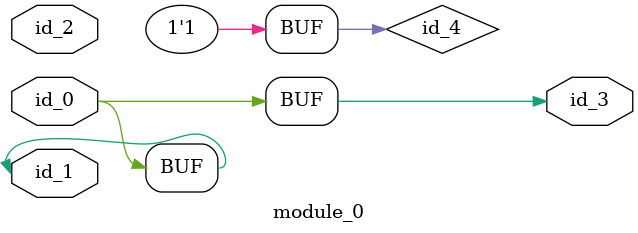
<source format=v>
`timescale 1ps / 1ps
module module_0 (
    input  id_0,
    input  id_1,
    input  id_2,
    output id_3
);
  assign id_3 = id_0;
  wor id_4;
  assign id_3[1<1'h0] = id_1;
  assign id_4[1'b0]   = (1);
endmodule

</source>
